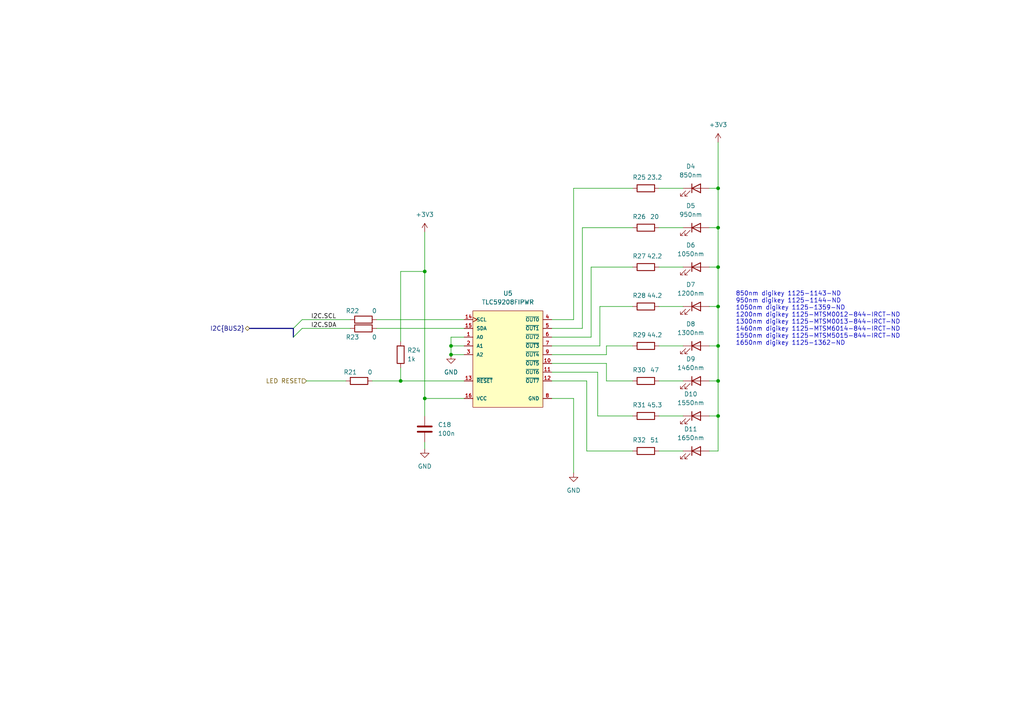
<source format=kicad_sch>
(kicad_sch (version 20211123) (generator eeschema)
  (paper "A4")
  (title_block (title "Development Board") (date "2023-01-23") (rev "2.1.1") (company "Plastic Scanner"))
  (lib_symbols
    (symbol "Device:C" (pin_numbers hide) (pin_names (offset 0.254))
      (property "Reference" "C" (at 0.635 2.54 0))
      (property "Value" "C" (at 0.635 -2.54 0))
      (symbol "C_0_1"
        (polyline (pts (xy -2.032 -0.762) (xy 2.032 -0.762)) (stroke (width 0.508)))
        (polyline (pts (xy -2.032 0.762) (xy 2.032 0.762)) (stroke (width 0.508)))
      )
      (symbol "C_1_1"
        (pin passive line (at 0 3.81 270) (length 2.794) (name "~") (number "1"))
        (pin passive line (at 0 -3.81 90) (length 2.794) (name "~") (number "2"))
      )
    )
    (symbol "Device:LED" (pin_numbers hide) (pin_names (offset 1.016) hide)
      (property "Reference" "D" (at 0 2.54 0))
      (property "Value" "LED" (at 0 -2.54 0))
      (symbol "LED_0_1"
        (polyline (pts (xy -1.27 -1.27) (xy -1.27 1.27)) (stroke (width 0.254)))
        (polyline (pts (xy -1.27 0) (xy 1.27 0)))
        (polyline (pts (xy 1.27 -1.27) (xy 1.27 1.27) (xy -1.27 0) (xy 1.27 -1.27)) (stroke (width 0.254)))
        (polyline (pts (xy -3.048 -0.762) (xy -4.572 -2.286) (xy -3.81 -2.286) (xy -4.572 -2.286) (xy -4.572 -1.524)))
        (polyline (pts (xy -1.778 -0.762) (xy -3.302 -2.286) (xy -2.54 -2.286) (xy -3.302 -2.286) (xy -3.302 -1.524)))
      )
      (symbol "LED_1_1"
        (pin passive line (at -3.81 0 0) (length 2.54) (name "K") (number "1"))
        (pin passive line (at 3.81 0 180) (length 2.54) (name "A") (number "2"))
      )
    )
    (symbol "Device:R" (pin_numbers hide) (pin_names (offset 0))
      (property "Reference" "R" (at 2.032 0 90))
      (property "Value" "R" (at 0 0 90))
      (symbol "R_0_1"
        (rectangle (start -1.016 -2.54) (end 1.016 2.54) (stroke (width 0.254)))
      )
      (symbol "R_1_1"
        (pin passive line (at 0 3.81 270) (length 1.27) (name "~") (number "1"))
        (pin passive line (at 0 -3.81 90) (length 1.27) (name "~") (number "2"))
      )
    )
    (symbol "TLC59208:TLC59208FIPWR" (pin_names (offset 1.016))
      (property "Reference" "U" (at 0 5.08 0))
      (property "Value" "TLC59208FIPWR" (at 0 7.62 0))
      (symbol "TLC59208FIPWR_1_1"
        (rectangle (start 5.08 2.54) (end 25.4 -25.4) (fill (type background)))
        (pin input line (at 2.54 -5.08 0) (length 2.54) (name "A0") (number "1"))
        (pin open_collector line (at 27.94 -12.7 180) (length 2.54) (name "~{OUT5}") (number "10"))
        (pin open_collector line (at 27.94 -15.24 180) (length 2.54) (name "~{OUT6}") (number "11"))
        (pin open_collector line (at 27.94 -17.78 180) (length 2.54) (name "~{OUT7}") (number "12"))
        (pin input line (at 2.54 -17.78 0) (length 2.54) (name "~{RESET}") (number "13"))
        (pin input clock (at 2.54 0 0) (length 2.54) (name "SCL") (number "14"))
        (pin bidirectional line (at 2.54 -2.54 0) (length 2.54) (name "SDA") (number "15"))
        (pin power_in line (at 2.54 -22.86 0) (length 2.54) (name "VCC") (number "16"))
        (pin input line (at 2.54 -7.62 0) (length 2.54) (name "A1") (number "2"))
        (pin input line (at 2.54 -10.16 0) (length 2.54) (name "A2") (number "3"))
        (pin open_collector line (at 27.94 0 180) (length 2.54) (name "~{OUT0}") (number "4"))
        (pin open_collector line (at 27.94 -2.54 180) (length 2.54) (name "~{OUT1}") (number "5"))
        (pin open_collector line (at 27.94 -5.08 180) (length 2.54) (name "~{OUT2}") (number "6"))
        (pin open_collector line (at 27.94 -7.62 180) (length 2.54) (name "~{OUT3}") (number "7"))
        (pin power_in line (at 27.94 -22.86 180) (length 2.54) (name "GND") (number "8"))
        (pin open_collector line (at 27.94 -10.16 180) (length 2.54) (name "~{OUT4}") (number "9"))
      )
    )
    (symbol "power:+3.3V" (power) (pin_names (offset 0))
      (property "Value" "+3.3V" (at 0 3.556 0))
      (symbol "+3.3V_0_1"
        (polyline (pts (xy -0.762 1.27) (xy 0 2.54)))
        (polyline (pts (xy 0 0) (xy 0 2.54)))
        (polyline (pts (xy 0 2.54) (xy 0.762 1.27)))
      )
      (symbol "+3.3V_1_1"
        (pin power_in line (at 0 0 90) (length 0) hide (name "+3V3") (number "1"))
      )
    )
    (symbol "power:GND" (power) (pin_names (offset 0))
      (property "Value" "GND" (at 0 -3.81 0))
      (symbol "GND_0_1"
        (polyline (pts (xy 0 0) (xy 0 -1.27) (xy 1.27 -1.27) (xy 0 -2.54) (xy -1.27 -1.27) (xy 0 -1.27)))
      )
      (symbol "GND_1_1"
        (pin power_in line (at 0 0 270) (length 0) hide (name "GND") (number "1"))
      )
    )
  )
  (junction (at 208.28 110.49))
  (junction (at 123.19 115.57))
  (junction (at 130.81 102.87))
  (junction (at 208.28 54.61))
  (junction (at 130.81 100.33))
  (junction (at 208.28 88.9))
  (junction (at 208.28 66.04))
  (junction (at 123.19 78.74))
  (junction (at 208.28 77.47))
  (junction (at 208.28 120.65))
  (junction (at 116.205 110.49))
  (junction (at 208.28 100.33))
  (bus_entry (at 85.09 97.79) (size 2.54 -2.54))
  (bus_entry (at 85.09 95.25) (size 2.54 -2.54))
  (bus (pts (xy 85.09 95.25) (xy 85.09 97.79)))
  (wire (pts (xy 208.28 100.33) (xy 208.28 88.9)))
  (wire (pts (xy 208.28 110.49) (xy 208.28 100.33)))
  (wire (pts (xy 208.28 54.61) (xy 205.74 54.61)))
  (wire (pts (xy 191.135 120.65) (xy 198.12 120.65)))
  (wire (pts (xy 130.81 102.87) (xy 130.81 100.33)))
  (bus (pts (xy 72.39 95.25) (xy 85.09 95.25)))
  (wire (pts (xy 87.63 95.25) (xy 101.6 95.25)))
  (wire (pts (xy 191.135 130.81) (xy 198.12 130.81)))
  (wire (pts (xy 160.02 110.49) (xy 170.18 110.49)))
  (wire (pts (xy 173.355 120.65) (xy 183.515 120.65)))
  (wire (pts (xy 183.515 66.04) (xy 168.91 66.04)))
  (wire (pts (xy 171.45 97.79) (xy 160.02 97.79)))
  (wire (pts (xy 170.18 130.81) (xy 183.515 130.81)))
  (wire (pts (xy 173.99 88.9) (xy 183.515 88.9)))
  (wire (pts (xy 109.22 95.25) (xy 134.62 95.25)))
  (wire (pts (xy 123.19 115.57) (xy 123.19 120.65)))
  (wire (pts (xy 175.895 110.49) (xy 183.515 110.49)))
  (wire (pts (xy 191.135 110.49) (xy 198.12 110.49)))
  (wire (pts (xy 208.28 66.04) (xy 208.28 54.61)))
  (wire (pts (xy 208.28 120.65) (xy 205.74 120.65)))
  (wire (pts (xy 123.19 115.57) (xy 123.19 78.74)))
  (wire (pts (xy 168.91 66.04) (xy 168.91 95.25)))
  (wire (pts (xy 109.22 92.71) (xy 134.62 92.71)))
  (wire (pts (xy 130.81 100.33) (xy 134.62 100.33)))
  (wire (pts (xy 208.28 41.275) (xy 208.28 54.61)))
  (wire (pts (xy 160.02 105.41) (xy 175.895 105.41)))
  (wire (pts (xy 107.95 110.49) (xy 116.205 110.49)))
  (wire (pts (xy 208.28 130.81) (xy 208.28 120.65)))
  (wire (pts (xy 123.19 128.27) (xy 123.19 130.175)))
  (wire (pts (xy 208.28 66.04) (xy 205.74 66.04)))
  (wire (pts (xy 208.28 88.9) (xy 208.28 77.47)))
  (wire (pts (xy 191.135 66.04) (xy 198.12 66.04)))
  (wire (pts (xy 87.63 92.71) (xy 101.6 92.71)))
  (wire (pts (xy 160.02 100.33) (xy 173.99 100.33)))
  (wire (pts (xy 123.19 78.74) (xy 116.205 78.74)))
  (wire (pts (xy 166.37 115.57) (xy 166.37 137.16)))
  (wire (pts (xy 208.28 130.81) (xy 205.74 130.81)))
  (wire (pts (xy 191.135 100.33) (xy 198.12 100.33)))
  (wire (pts (xy 173.99 100.33) (xy 173.99 88.9)))
  (wire (pts (xy 208.28 110.49) (xy 205.74 110.49)))
  (wire (pts (xy 191.135 88.9) (xy 198.12 88.9)))
  (wire (pts (xy 166.37 92.71) (xy 166.37 54.61)))
  (wire (pts (xy 130.81 97.79) (xy 130.81 100.33)))
  (wire (pts (xy 88.9 110.49) (xy 100.33 110.49)))
  (wire (pts (xy 160.02 102.87) (xy 175.895 102.87)))
  (wire (pts (xy 130.81 97.79) (xy 134.62 97.79)))
  (wire (pts (xy 183.515 77.47) (xy 171.45 77.47)))
  (wire (pts (xy 208.28 100.33) (xy 205.74 100.33)))
  (wire (pts (xy 170.18 110.49) (xy 170.18 130.81)))
  (wire (pts (xy 160.02 92.71) (xy 166.37 92.71)))
  (wire (pts (xy 171.45 77.47) (xy 171.45 97.79)))
  (wire (pts (xy 173.355 107.95) (xy 173.355 120.65)))
  (wire (pts (xy 175.895 102.87) (xy 175.895 100.33)))
  (wire (pts (xy 175.895 105.41) (xy 175.895 110.49)))
  (wire (pts (xy 175.895 100.33) (xy 183.515 100.33)))
  (wire (pts (xy 160.02 107.95) (xy 173.355 107.95)))
  (wire (pts (xy 123.19 67.31) (xy 123.19 78.74)))
  (wire (pts (xy 116.205 78.74) (xy 116.205 99.06)))
  (wire (pts (xy 191.135 54.61) (xy 198.12 54.61)))
  (wire (pts (xy 116.205 106.68) (xy 116.205 110.49)))
  (wire (pts (xy 208.28 77.47) (xy 205.74 77.47)))
  (wire (pts (xy 134.62 115.57) (xy 123.19 115.57)))
  (wire (pts (xy 208.28 77.47) (xy 208.28 66.04)))
  (wire (pts (xy 130.81 102.87) (xy 134.62 102.87)))
  (wire (pts (xy 168.91 95.25) (xy 160.02 95.25)))
  (wire (pts (xy 166.37 54.61) (xy 183.515 54.61)))
  (wire (pts (xy 191.135 77.47) (xy 198.12 77.47)))
  (wire (pts (xy 160.02 115.57) (xy 166.37 115.57)))
  (wire (pts (xy 116.205 110.49) (xy 134.62 110.49)))
  (wire (pts (xy 208.28 88.9) (xy 205.74 88.9)))
  (wire (pts (xy 208.28 120.65) (xy 208.28 110.49)))
  (text "850nm digikey 1125-1143-ND\n950nm digikey 1125-1144-ND\n1050nm digikey 1125-1359-ND\n1200nm digikey 1125-MTSM0012-844-IRCT-ND\n1300nm digikey 1125-MTSM0013-844-IRCT-ND\n1460nm digikey 1125-MTSM6014-844-IRCT-ND\n1550nm digikey 1125-MTSM5015-844-IRCT-ND\n1650nm digikey 1125-1362-ND" (at 213.36 100.33 0) (effects (font (size 1.27 1.27)) (justify left bottom)))
  (label "I2C.SCL" (at 90.17 92.71 0))
  (label "I2C.SDA" (at 90.17 95.25 0))
  (hierarchical_label "LED RESET" (shape input) (at 88.9 110.49 180))
  (hierarchical_label "I2C{BUS2}" (shape bidirectional) (at 72.39 95.25 180))
  (symbol (lib_id "Device:R") (at 105.41 95.25 90) (unit 1)
    (property "Reference" "R23" (at 102.235 97.79 90))
    (property "Value" "0" (at 108.585 97.79 90))
    (property "Footprint" "Resistor_SMD:R_0805_2012Metric_Pad1.20x1.40mm_HandSolder" (effects hide))
  )
  (symbol (lib_id "Device:LED") (at 201.93 100.33 0) (unit 1)
    (property "Reference" "D8" (at 200.3425 93.98 0))
    (property "Value" "1300nm" (at 200.3425 96.52 0))
    (property "Footprint" "LED_SMD:LED_1206_3216Metric_Pad1.42x1.75mm_HandSolder" (effects hide))
    (property "Datasheet" "https://www.digikey.fi/fi/products/detail/marktech-optoelectronics/MTSM0013-844-IR/13663042" (effects hide))
  )
  (symbol (lib_id "Device:R") (at 187.325 130.81 90) (unit 1)
    (property "Reference" "R32" (at 185.42 127.635 90))
    (property "Value" "51" (at 189.865 127.635 90))
    (property "Footprint" "Resistor_SMD:R_0805_2012Metric_Pad1.20x1.40mm_HandSolder" (effects hide))
    (property "Datasheet" "https://www.digikey.fi/fi/products/detail/koa-speer-electronics-inc/RK73H2ATTD51R0F/10234458" (effects hide))
  )
  (symbol (lib_id "TLC59208:TLC59208FIPWR") (at 132.08 92.71 0) (unit 1)
    (property "Reference" "U5" (at 147.32 85.09 0))
    (property "Value" "TLC59208FIPWR" (at 147.32 87.63 0))
    (property "Footprint" "TLC59208:Texas_Instruments-TLC59208FIPWR-Level_A" (effects hide))
    (property "Datasheet" "http://www.ti.com/general/docs/lit/getliterature.tsp?genericPartNumber=TLC59208F&fileType=pdf" (effects hide))
    (property "Code  JEDEC" "MO-153" (effects hide))
    (property "Component Link 1 Description" "Manufacturer URL" (effects hide))
    (property "Component Link 1 URL" "http://www.ti.com/" (effects hide))
    (property "Component Link 3 Description" "Package Specification" (effects hide))
    (property "Component Link 3 URL" "http://www.ti.com/lit/ml/mpds361/mpds361.pdf" (effects hide))
    (property "Datasheet Version" "SCLS715" (effects hide))
    (property "Iout Max A" "0.05" (effects hide))
    (property "Mounting Technology" "Surface Mount" (effects hide))
    (property "Package Description" "16-Pin Plastic Small Outline, Body 4.40 x 5.00 mm, Pitch 0.65 mm" (effects hide))
    (property "Package Version" "4040064-4/G" (effects hide))
    (property "Sub Family" "LED Driver" (effects hide))
    (property "Vin Max V" "5.5" (effects hide))
    (property "Vin Min V" "3" (effects hide))
    (property "category" "IC" (effects hide))
    (property "ciiva ids" "1426985" (effects hide))
    (property "library id" "9bf7f104929dd8ed" (effects hide))
    (property "manufacturer" "Texas Instruments" (effects hide))
    (property "package" "PW0016A" (effects hide))
    (property "release date" "1464576871" (effects hide))
    (property "rohs" "Yes" (effects hide))
    (property "vault revision" "C0AC1098-4EF5-4502-9510-91D6A29A40EB" (effects hide))
    (property "imported" "yes" (effects hide))
  )
  (symbol (lib_id "Device:R") (at 187.325 66.04 90) (unit 1)
    (property "Reference" "R26" (at 185.42 62.865 90))
    (property "Value" "20" (at 189.865 62.865 90))
    (property "Footprint" "Resistor_SMD:R_0805_2012Metric_Pad1.20x1.40mm_HandSolder" (effects hide))
    (property "Datasheet" "https://www.digikey.fi/fi/products/detail/koa-speer-electronics-inc/RK73H2ATTD20R0F/10233961" (effects hide))
  )
  (symbol (lib_id "Device:R") (at 104.14 110.49 90) (unit 1)
    (property "Reference" "R21" (at 101.6 107.95 90))
    (property "Value" "0" (at 107.315 107.95 90))
    (property "Footprint" "Resistor_SMD:R_0805_2012Metric_Pad1.20x1.40mm_HandSolder" (effects hide))
  )
  (symbol (lib_id "Device:R") (at 116.205 102.87 180) (unit 1)
    (property "Reference" "R24" (at 118.11 101.5999 0) (effects (justify right)))
    (property "Value" "1k" (at 118.11 104.1399 0) (effects (justify right)))
    (property "Footprint" "Resistor_SMD:R_0805_2012Metric_Pad1.20x1.40mm_HandSolder" (effects hide))
  )
  (symbol (lib_id "power:GND") (at 130.81 102.87 0) (unit 1)
    (property "Reference" "#PWR037" (effects hide))
    (property "Value" "GND" (at 130.81 107.95 0))
  )
  (symbol (lib_id "Device:C") (at 123.19 124.46 0) (unit 1)
    (property "Reference" "C18" (at 127 123.1899 0) (effects (justify left)))
    (property "Value" "100n" (at 127 125.7299 0) (effects (justify left)))
    (property "Footprint" "Capacitor_SMD:C_0805_2012Metric_Pad1.18x1.45mm_HandSolder" (effects hide))
  )
  (symbol (lib_id "Device:LED") (at 201.93 110.49 0) (unit 1)
    (property "Reference" "D9" (at 200.3425 104.14 0))
    (property "Value" "1460nm" (at 200.3425 106.68 0))
    (property "Footprint" "LED_SMD:LED_1206_3216Metric_Pad1.42x1.75mm_HandSolder" (effects hide))
    (property "Datasheet" "https://www.digikey.fi/fi/products/detail/marktech-optoelectronics/MTSM6014-844-IR/13282619" (effects hide))
  )
  (symbol (lib_id "Device:LED") (at 201.93 54.61 0) (unit 1)
    (property "Reference" "D4" (at 200.3425 48.26 0))
    (property "Value" "850nm" (at 200.3425 50.8 0))
    (property "Footprint" "LED_SMD:LED_1206_3216Metric_Pad1.42x1.75mm_HandSolder" (effects hide))
    (property "Datasheet" "https://www.digikey.fi/fi/products/detail/marktech-optoelectronics/MTE8560MC/3884021" (effects hide))
  )
  (symbol (lib_id "power:GND") (at 166.37 137.16 0) (unit 1)
    (property "Reference" "#PWR038" (effects hide))
    (property "Value" "GND" (at 166.37 142.24 0))
  )
  (symbol (lib_id "power:GND") (at 123.19 130.175 0) (unit 1)
    (property "Reference" "#PWR036" (effects hide))
    (property "Value" "GND" (at 123.19 135.255 0))
  )
  (symbol (lib_id "Device:LED") (at 201.93 88.9 0) (unit 1)
    (property "Reference" "D7" (at 200.3425 82.55 0))
    (property "Value" "1200nm" (at 200.3425 85.09 0))
    (property "Footprint" "LED_SMD:LED_1206_3216Metric_Pad1.42x1.75mm_HandSolder" (effects hide))
    (property "Datasheet" "https://www.digikey.fi/fi/products/detail/marktech-optoelectronics/MTSM0012-844-IR/13663020" (effects hide))
  )
  (symbol (lib_id "Device:R") (at 105.41 92.71 90) (unit 1)
    (property "Reference" "R22" (at 102.235 90.17 90))
    (property "Value" "0" (at 108.585 90.17 90))
    (property "Footprint" "Resistor_SMD:R_0805_2012Metric_Pad1.20x1.40mm_HandSolder" (effects hide))
  )
  (symbol (lib_id "Device:R") (at 187.325 54.61 90) (unit 1)
    (property "Reference" "R25" (at 185.42 51.435 90))
    (property "Value" "23.2" (at 189.865 51.435 90))
    (property "Footprint" "Resistor_SMD:R_0805_2012Metric_Pad1.20x1.40mm_HandSolder" (effects hide))
    (property "Datasheet" "https://www.digikey.fi/fi/products/detail/te-connectivity-passive-product/6-1625868-2/4033854?s=N4IgjCBcoExaBjKAzAhgGwM4FMA0IB7KAbXADYBWAFgGYQBdfABwBcoQBlFgJwEsA7AOYgAvvjBl4IJJDRY8hEiBoBOGjBUNmbSJx4DhYkDAAMADgpTW7AKr9eLAPLIAstlSYArt2wh8n9kcACwBbTD8QEIF2GBoAOjh8ENQADxj4uCMAWjhoaSgeTwUiSFJLehEjSTzeABN2LLATCG12CJYATyZfXQ8kfABHTrbKoA" (effects hide))
  )
  (symbol (lib_id "Device:R") (at 187.325 110.49 90) (unit 1)
    (property "Reference" "R30" (at 185.42 107.315 90))
    (property "Value" "47" (at 189.865 107.315 90))
    (property "Footprint" "Resistor_SMD:R_0805_2012Metric_Pad1.20x1.40mm_HandSolder" (effects hide))
    (property "Datasheet" "https://www.digikey.fi/fi/products/detail/koa-speer-electronics-inc/RK73B2ATTD470J/10236468" (effects hide))
  )
  (symbol (lib_id "Device:LED") (at 201.93 130.81 0) (unit 1)
    (property "Reference" "D11" (at 200.3425 124.46 0))
    (property "Value" "1650nm" (at 200.3425 127 0))
    (property "Footprint" "LED_SMD:LED_1206_3216Metric_Pad1.42x1.75mm_HandSolder" (effects hide))
    (property "Datasheet" "https://www.digikey.fi/fi/products/detail/marktech-optoelectronics/MTSM5016-843-IR/5872631" (effects hide))
  )
  (symbol (lib_id "power:+3.3V") (at 208.28 41.275 0) (unit 1)
    (property "Reference" "#PWR039" (effects hide))
    (property "Value" "+3.3V" (at 208.28 36.195 0))
  )
  (symbol (lib_id "Device:R") (at 187.325 100.33 90) (unit 1)
    (property "Reference" "R29" (at 185.42 97.155 90))
    (property "Value" "44.2" (at 189.865 97.155 90))
    (property "Footprint" "Resistor_SMD:R_0805_2012Metric_Pad1.20x1.40mm_HandSolder" (effects hide))
    (property "Datasheet" "https://www.digikey.fi/fi/products/detail/koa-speer-electronics-inc/RK73H2ATTD44R2F/10234596" (effects hide))
  )
  (symbol (lib_id "Device:LED") (at 201.93 77.47 0) (unit 1)
    (property "Reference" "D6" (at 200.3425 71.12 0))
    (property "Value" "1050nm" (at 200.3425 73.66 0))
    (property "Footprint" "LED_SMD:LED_1206_3216Metric_Pad1.42x1.75mm_HandSolder" (effects hide))
    (property "Datasheet" "https://www.digikey.fi/fi/products/detail/marktech-optoelectronics/MTSM5010-843-IR/5872628" (effects hide))
  )
  (symbol (lib_id "Device:LED") (at 201.93 66.04 0) (unit 1)
    (property "Reference" "D5" (at 200.3425 59.69 0))
    (property "Value" "950nm" (at 200.3425 62.23 0))
    (property "Footprint" "LED_SMD:LED_1206_3216Metric_Pad1.42x1.75mm_HandSolder" (effects hide))
    (property "Datasheet" "https://www.digikey.fi/fi/products/detail/marktech-optoelectronics/MTE9460MC/3884022" (effects hide))
  )
  (symbol (lib_id "Device:R") (at 187.325 120.65 90) (unit 1)
    (property "Reference" "R31" (at 185.42 117.475 90))
    (property "Value" "45.3" (at 189.865 117.475 90))
    (property "Footprint" "Resistor_SMD:R_0805_2012Metric_Pad1.20x1.40mm_HandSolder" (effects hide))
    (property "Datasheet" "https://www.digikey.fi/fi/products/detail/koa-speer-electronics-inc/RK73H2ATTD45R3F/10234701" (effects hide))
  )
  (symbol (lib_id "Device:R") (at 187.325 77.47 90) (unit 1)
    (property "Reference" "R27" (at 185.42 74.295 90))
    (property "Value" "42.2" (at 189.865 74.295 90))
    (property "Footprint" "Resistor_SMD:R_0805_2012Metric_Pad1.20x1.40mm_HandSolder" (effects hide))
    (property "Datasheet" "https://www.digikey.fi/fi/products/detail/koa-speer-electronics-inc/RK73H2ATTD42R2F/10234502" (effects hide))
  )
  (symbol (lib_id "power:+3.3V") (at 123.19 67.31 0) (unit 1)
    (property "Reference" "#PWR035" (effects hide))
    (property "Value" "+3.3V" (at 123.19 62.23 0))
  )
  (symbol (lib_id "Device:R") (at 187.325 88.9 90) (unit 1)
    (property "Reference" "R28" (at 185.42 85.725 90))
    (property "Value" "44.2" (at 189.865 85.725 90))
    (property "Footprint" "Resistor_SMD:R_0805_2012Metric_Pad1.20x1.40mm_HandSolder" (effects hide))
    (property "Datasheet" "https://www.digikey.fi/fi/products/detail/koa-speer-electronics-inc/RK73H2ATTD44R2F/10234596" (effects hide))
  )
  (symbol (lib_id "Device:LED") (at 201.93 120.65 0) (unit 1)
    (property "Reference" "D10" (at 200.3425 114.3 0))
    (property "Value" "1550nm" (at 200.3425 116.84 0))
    (property "Footprint" "LED_SMD:LED_1206_3216Metric_Pad1.42x1.75mm_HandSolder" (effects hide))
    (property "Datasheet" "https://www.digikey.fi/fi/products/detail/marktech-optoelectronics/MTSM5015-844-IR/13663050" (effects hide))
  )
)
</source>
